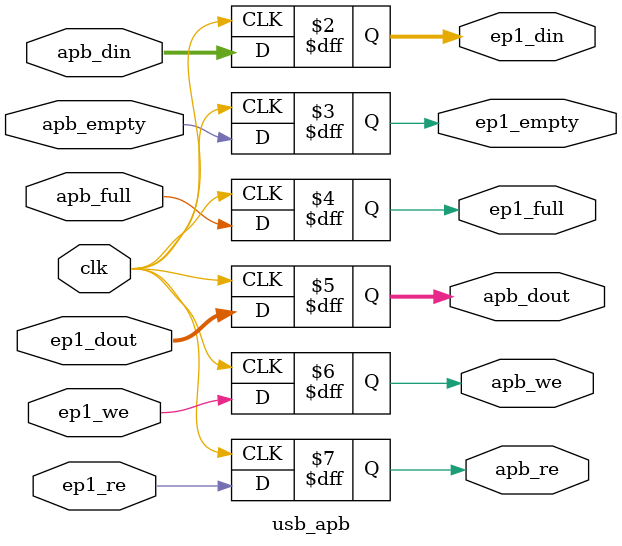
<source format=v>
`include "usb1_defines.v"
module usb_apb

     (  
     clk,
	// Endpoint Interface
	
		ep1_din,  ep1_we, ep1_full,
		ep1_dout, ep1_re, ep1_empty,
	
// AMBA interface
		apb_din,  apb_we, apb_full,
		apb_dout, apb_re, apb_empty,




     );

input clk;

output	[7:0]	ep1_din;
input	[7:0]	ep1_dout;
input	ep1_we, ep1_re;
output		ep1_empty, ep1_full;

input	[7:0]	apb_din;
output	[7:0]	apb_dout;
output		apb_we, apb_re;
input		apb_empty, apb_full;

wire	[7:0]	apb_din;
reg	[7:0]	apb_dout;
reg		apb_we, apb_re;


reg	[7:0]	ep1_din;

reg		ep1_empty, ep1_full;


always @(posedge clk) begin
ep1_din = apb_din;
apb_dout = ep1_dout;
apb_we = ep1_we;
apb_re = ep1_re;
ep1_empty = apb_empty;
ep1_full = apb_full;

end

endmodule

</source>
